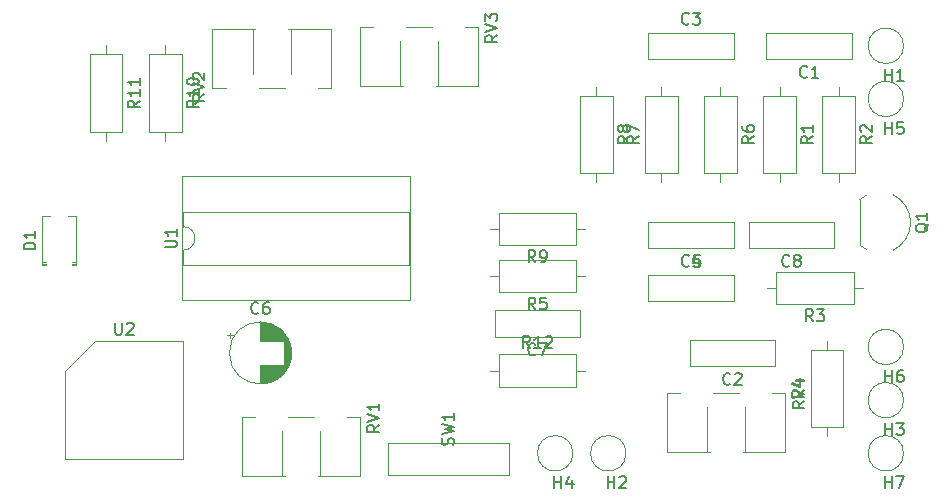
<source format=gbr>
%TF.GenerationSoftware,KiCad,Pcbnew,9.0.6*%
%TF.CreationDate,2025-12-13T19:46:04+02:00*%
%TF.ProjectId,colorsound_wah,636f6c6f-7273-46f7-956e-645f7761682e,rev?*%
%TF.SameCoordinates,Original*%
%TF.FileFunction,Legend,Top*%
%TF.FilePolarity,Positive*%
%FSLAX46Y46*%
G04 Gerber Fmt 4.6, Leading zero omitted, Abs format (unit mm)*
G04 Created by KiCad (PCBNEW 9.0.6) date 2025-12-13 19:46:04*
%MOMM*%
%LPD*%
G01*
G04 APERTURE LIST*
%ADD10C,0.150000*%
%ADD11C,0.120000*%
G04 APERTURE END LIST*
D10*
X140449819Y-86571904D02*
X141259342Y-86571904D01*
X141259342Y-86571904D02*
X141354580Y-86524285D01*
X141354580Y-86524285D02*
X141402200Y-86476666D01*
X141402200Y-86476666D02*
X141449819Y-86381428D01*
X141449819Y-86381428D02*
X141449819Y-86190952D01*
X141449819Y-86190952D02*
X141402200Y-86095714D01*
X141402200Y-86095714D02*
X141354580Y-86048095D01*
X141354580Y-86048095D02*
X141259342Y-86000476D01*
X141259342Y-86000476D02*
X140449819Y-86000476D01*
X141449819Y-85000476D02*
X141449819Y-85571904D01*
X141449819Y-85286190D02*
X140449819Y-85286190D01*
X140449819Y-85286190D02*
X140592676Y-85381428D01*
X140592676Y-85381428D02*
X140687914Y-85476666D01*
X140687914Y-85476666D02*
X140735533Y-85571904D01*
X164867200Y-103293332D02*
X164914819Y-103150475D01*
X164914819Y-103150475D02*
X164914819Y-102912380D01*
X164914819Y-102912380D02*
X164867200Y-102817142D01*
X164867200Y-102817142D02*
X164819580Y-102769523D01*
X164819580Y-102769523D02*
X164724342Y-102721904D01*
X164724342Y-102721904D02*
X164629104Y-102721904D01*
X164629104Y-102721904D02*
X164533866Y-102769523D01*
X164533866Y-102769523D02*
X164486247Y-102817142D01*
X164486247Y-102817142D02*
X164438628Y-102912380D01*
X164438628Y-102912380D02*
X164391009Y-103102856D01*
X164391009Y-103102856D02*
X164343390Y-103198094D01*
X164343390Y-103198094D02*
X164295771Y-103245713D01*
X164295771Y-103245713D02*
X164200533Y-103293332D01*
X164200533Y-103293332D02*
X164105295Y-103293332D01*
X164105295Y-103293332D02*
X164010057Y-103245713D01*
X164010057Y-103245713D02*
X163962438Y-103198094D01*
X163962438Y-103198094D02*
X163914819Y-103102856D01*
X163914819Y-103102856D02*
X163914819Y-102864761D01*
X163914819Y-102864761D02*
X163962438Y-102721904D01*
X163914819Y-102388570D02*
X164914819Y-102150475D01*
X164914819Y-102150475D02*
X164200533Y-101959999D01*
X164200533Y-101959999D02*
X164914819Y-101769523D01*
X164914819Y-101769523D02*
X163914819Y-101531428D01*
X164914819Y-100626666D02*
X164914819Y-101198094D01*
X164914819Y-100912380D02*
X163914819Y-100912380D01*
X163914819Y-100912380D02*
X164057676Y-101007618D01*
X164057676Y-101007618D02*
X164152914Y-101102856D01*
X164152914Y-101102856D02*
X164200533Y-101198094D01*
X143804819Y-73595238D02*
X143328628Y-73928571D01*
X143804819Y-74166666D02*
X142804819Y-74166666D01*
X142804819Y-74166666D02*
X142804819Y-73785714D01*
X142804819Y-73785714D02*
X142852438Y-73690476D01*
X142852438Y-73690476D02*
X142900057Y-73642857D01*
X142900057Y-73642857D02*
X142995295Y-73595238D01*
X142995295Y-73595238D02*
X143138152Y-73595238D01*
X143138152Y-73595238D02*
X143233390Y-73642857D01*
X143233390Y-73642857D02*
X143281009Y-73690476D01*
X143281009Y-73690476D02*
X143328628Y-73785714D01*
X143328628Y-73785714D02*
X143328628Y-74166666D01*
X142804819Y-73309523D02*
X143804819Y-72976190D01*
X143804819Y-72976190D02*
X142804819Y-72642857D01*
X142900057Y-72357142D02*
X142852438Y-72309523D01*
X142852438Y-72309523D02*
X142804819Y-72214285D01*
X142804819Y-72214285D02*
X142804819Y-71976190D01*
X142804819Y-71976190D02*
X142852438Y-71880952D01*
X142852438Y-71880952D02*
X142900057Y-71833333D01*
X142900057Y-71833333D02*
X142995295Y-71785714D01*
X142995295Y-71785714D02*
X143090533Y-71785714D01*
X143090533Y-71785714D02*
X143233390Y-71833333D01*
X143233390Y-71833333D02*
X143804819Y-72404761D01*
X143804819Y-72404761D02*
X143804819Y-71785714D01*
X171357142Y-95084819D02*
X171023809Y-94608628D01*
X170785714Y-95084819D02*
X170785714Y-94084819D01*
X170785714Y-94084819D02*
X171166666Y-94084819D01*
X171166666Y-94084819D02*
X171261904Y-94132438D01*
X171261904Y-94132438D02*
X171309523Y-94180057D01*
X171309523Y-94180057D02*
X171357142Y-94275295D01*
X171357142Y-94275295D02*
X171357142Y-94418152D01*
X171357142Y-94418152D02*
X171309523Y-94513390D01*
X171309523Y-94513390D02*
X171261904Y-94561009D01*
X171261904Y-94561009D02*
X171166666Y-94608628D01*
X171166666Y-94608628D02*
X170785714Y-94608628D01*
X172309523Y-95084819D02*
X171738095Y-95084819D01*
X172023809Y-95084819D02*
X172023809Y-94084819D01*
X172023809Y-94084819D02*
X171928571Y-94227676D01*
X171928571Y-94227676D02*
X171833333Y-94322914D01*
X171833333Y-94322914D02*
X171738095Y-94370533D01*
X172690476Y-94180057D02*
X172738095Y-94132438D01*
X172738095Y-94132438D02*
X172833333Y-94084819D01*
X172833333Y-94084819D02*
X173071428Y-94084819D01*
X173071428Y-94084819D02*
X173166666Y-94132438D01*
X173166666Y-94132438D02*
X173214285Y-94180057D01*
X173214285Y-94180057D02*
X173261904Y-94275295D01*
X173261904Y-94275295D02*
X173261904Y-94370533D01*
X173261904Y-94370533D02*
X173214285Y-94513390D01*
X173214285Y-94513390D02*
X172642857Y-95084819D01*
X172642857Y-95084819D02*
X173261904Y-95084819D01*
X179824819Y-77166666D02*
X179348628Y-77499999D01*
X179824819Y-77738094D02*
X178824819Y-77738094D01*
X178824819Y-77738094D02*
X178824819Y-77357142D01*
X178824819Y-77357142D02*
X178872438Y-77261904D01*
X178872438Y-77261904D02*
X178920057Y-77214285D01*
X178920057Y-77214285D02*
X179015295Y-77166666D01*
X179015295Y-77166666D02*
X179158152Y-77166666D01*
X179158152Y-77166666D02*
X179253390Y-77214285D01*
X179253390Y-77214285D02*
X179301009Y-77261904D01*
X179301009Y-77261904D02*
X179348628Y-77357142D01*
X179348628Y-77357142D02*
X179348628Y-77738094D01*
X179253390Y-76595237D02*
X179205771Y-76690475D01*
X179205771Y-76690475D02*
X179158152Y-76738094D01*
X179158152Y-76738094D02*
X179062914Y-76785713D01*
X179062914Y-76785713D02*
X179015295Y-76785713D01*
X179015295Y-76785713D02*
X178920057Y-76738094D01*
X178920057Y-76738094D02*
X178872438Y-76690475D01*
X178872438Y-76690475D02*
X178824819Y-76595237D01*
X178824819Y-76595237D02*
X178824819Y-76404761D01*
X178824819Y-76404761D02*
X178872438Y-76309523D01*
X178872438Y-76309523D02*
X178920057Y-76261904D01*
X178920057Y-76261904D02*
X179015295Y-76214285D01*
X179015295Y-76214285D02*
X179062914Y-76214285D01*
X179062914Y-76214285D02*
X179158152Y-76261904D01*
X179158152Y-76261904D02*
X179205771Y-76309523D01*
X179205771Y-76309523D02*
X179253390Y-76404761D01*
X179253390Y-76404761D02*
X179253390Y-76595237D01*
X179253390Y-76595237D02*
X179301009Y-76690475D01*
X179301009Y-76690475D02*
X179348628Y-76738094D01*
X179348628Y-76738094D02*
X179443866Y-76785713D01*
X179443866Y-76785713D02*
X179634342Y-76785713D01*
X179634342Y-76785713D02*
X179729580Y-76738094D01*
X179729580Y-76738094D02*
X179777200Y-76690475D01*
X179777200Y-76690475D02*
X179824819Y-76595237D01*
X179824819Y-76595237D02*
X179824819Y-76404761D01*
X179824819Y-76404761D02*
X179777200Y-76309523D01*
X179777200Y-76309523D02*
X179729580Y-76261904D01*
X179729580Y-76261904D02*
X179634342Y-76214285D01*
X179634342Y-76214285D02*
X179443866Y-76214285D01*
X179443866Y-76214285D02*
X179348628Y-76261904D01*
X179348628Y-76261904D02*
X179301009Y-76309523D01*
X179301009Y-76309523D02*
X179253390Y-76404761D01*
X180584819Y-77166666D02*
X180108628Y-77499999D01*
X180584819Y-77738094D02*
X179584819Y-77738094D01*
X179584819Y-77738094D02*
X179584819Y-77357142D01*
X179584819Y-77357142D02*
X179632438Y-77261904D01*
X179632438Y-77261904D02*
X179680057Y-77214285D01*
X179680057Y-77214285D02*
X179775295Y-77166666D01*
X179775295Y-77166666D02*
X179918152Y-77166666D01*
X179918152Y-77166666D02*
X180013390Y-77214285D01*
X180013390Y-77214285D02*
X180061009Y-77261904D01*
X180061009Y-77261904D02*
X180108628Y-77357142D01*
X180108628Y-77357142D02*
X180108628Y-77738094D01*
X179584819Y-76833332D02*
X179584819Y-76166666D01*
X179584819Y-76166666D02*
X180584819Y-76595237D01*
X171833333Y-87824819D02*
X171500000Y-87348628D01*
X171261905Y-87824819D02*
X171261905Y-86824819D01*
X171261905Y-86824819D02*
X171642857Y-86824819D01*
X171642857Y-86824819D02*
X171738095Y-86872438D01*
X171738095Y-86872438D02*
X171785714Y-86920057D01*
X171785714Y-86920057D02*
X171833333Y-87015295D01*
X171833333Y-87015295D02*
X171833333Y-87158152D01*
X171833333Y-87158152D02*
X171785714Y-87253390D01*
X171785714Y-87253390D02*
X171738095Y-87301009D01*
X171738095Y-87301009D02*
X171642857Y-87348628D01*
X171642857Y-87348628D02*
X171261905Y-87348628D01*
X172309524Y-87824819D02*
X172500000Y-87824819D01*
X172500000Y-87824819D02*
X172595238Y-87777200D01*
X172595238Y-87777200D02*
X172642857Y-87729580D01*
X172642857Y-87729580D02*
X172738095Y-87586723D01*
X172738095Y-87586723D02*
X172785714Y-87396247D01*
X172785714Y-87396247D02*
X172785714Y-87015295D01*
X172785714Y-87015295D02*
X172738095Y-86920057D01*
X172738095Y-86920057D02*
X172690476Y-86872438D01*
X172690476Y-86872438D02*
X172595238Y-86824819D01*
X172595238Y-86824819D02*
X172404762Y-86824819D01*
X172404762Y-86824819D02*
X172309524Y-86872438D01*
X172309524Y-86872438D02*
X172261905Y-86920057D01*
X172261905Y-86920057D02*
X172214286Y-87015295D01*
X172214286Y-87015295D02*
X172214286Y-87253390D01*
X172214286Y-87253390D02*
X172261905Y-87348628D01*
X172261905Y-87348628D02*
X172309524Y-87396247D01*
X172309524Y-87396247D02*
X172404762Y-87443866D01*
X172404762Y-87443866D02*
X172595238Y-87443866D01*
X172595238Y-87443866D02*
X172690476Y-87396247D01*
X172690476Y-87396247D02*
X172738095Y-87348628D01*
X172738095Y-87348628D02*
X172785714Y-87253390D01*
X138324819Y-74142857D02*
X137848628Y-74476190D01*
X138324819Y-74714285D02*
X137324819Y-74714285D01*
X137324819Y-74714285D02*
X137324819Y-74333333D01*
X137324819Y-74333333D02*
X137372438Y-74238095D01*
X137372438Y-74238095D02*
X137420057Y-74190476D01*
X137420057Y-74190476D02*
X137515295Y-74142857D01*
X137515295Y-74142857D02*
X137658152Y-74142857D01*
X137658152Y-74142857D02*
X137753390Y-74190476D01*
X137753390Y-74190476D02*
X137801009Y-74238095D01*
X137801009Y-74238095D02*
X137848628Y-74333333D01*
X137848628Y-74333333D02*
X137848628Y-74714285D01*
X138324819Y-73190476D02*
X138324819Y-73761904D01*
X138324819Y-73476190D02*
X137324819Y-73476190D01*
X137324819Y-73476190D02*
X137467676Y-73571428D01*
X137467676Y-73571428D02*
X137562914Y-73666666D01*
X137562914Y-73666666D02*
X137610533Y-73761904D01*
X138324819Y-72238095D02*
X138324819Y-72809523D01*
X138324819Y-72523809D02*
X137324819Y-72523809D01*
X137324819Y-72523809D02*
X137467676Y-72619047D01*
X137467676Y-72619047D02*
X137562914Y-72714285D01*
X137562914Y-72714285D02*
X137610533Y-72809523D01*
X194599819Y-99595238D02*
X194123628Y-99928571D01*
X194599819Y-100166666D02*
X193599819Y-100166666D01*
X193599819Y-100166666D02*
X193599819Y-99785714D01*
X193599819Y-99785714D02*
X193647438Y-99690476D01*
X193647438Y-99690476D02*
X193695057Y-99642857D01*
X193695057Y-99642857D02*
X193790295Y-99595238D01*
X193790295Y-99595238D02*
X193933152Y-99595238D01*
X193933152Y-99595238D02*
X194028390Y-99642857D01*
X194028390Y-99642857D02*
X194076009Y-99690476D01*
X194076009Y-99690476D02*
X194123628Y-99785714D01*
X194123628Y-99785714D02*
X194123628Y-100166666D01*
X193599819Y-99309523D02*
X194599819Y-98976190D01*
X194599819Y-98976190D02*
X193599819Y-98642857D01*
X193933152Y-97880952D02*
X194599819Y-97880952D01*
X193552200Y-98119047D02*
X194266485Y-98357142D01*
X194266485Y-98357142D02*
X194266485Y-97738095D01*
X158604819Y-101595238D02*
X158128628Y-101928571D01*
X158604819Y-102166666D02*
X157604819Y-102166666D01*
X157604819Y-102166666D02*
X157604819Y-101785714D01*
X157604819Y-101785714D02*
X157652438Y-101690476D01*
X157652438Y-101690476D02*
X157700057Y-101642857D01*
X157700057Y-101642857D02*
X157795295Y-101595238D01*
X157795295Y-101595238D02*
X157938152Y-101595238D01*
X157938152Y-101595238D02*
X158033390Y-101642857D01*
X158033390Y-101642857D02*
X158081009Y-101690476D01*
X158081009Y-101690476D02*
X158128628Y-101785714D01*
X158128628Y-101785714D02*
X158128628Y-102166666D01*
X157604819Y-101309523D02*
X158604819Y-100976190D01*
X158604819Y-100976190D02*
X157604819Y-100642857D01*
X158604819Y-99785714D02*
X158604819Y-100357142D01*
X158604819Y-100071428D02*
X157604819Y-100071428D01*
X157604819Y-100071428D02*
X157747676Y-100166666D01*
X157747676Y-100166666D02*
X157842914Y-100261904D01*
X157842914Y-100261904D02*
X157890533Y-100357142D01*
X190324819Y-77166666D02*
X189848628Y-77499999D01*
X190324819Y-77738094D02*
X189324819Y-77738094D01*
X189324819Y-77738094D02*
X189324819Y-77357142D01*
X189324819Y-77357142D02*
X189372438Y-77261904D01*
X189372438Y-77261904D02*
X189420057Y-77214285D01*
X189420057Y-77214285D02*
X189515295Y-77166666D01*
X189515295Y-77166666D02*
X189658152Y-77166666D01*
X189658152Y-77166666D02*
X189753390Y-77214285D01*
X189753390Y-77214285D02*
X189801009Y-77261904D01*
X189801009Y-77261904D02*
X189848628Y-77357142D01*
X189848628Y-77357142D02*
X189848628Y-77738094D01*
X189324819Y-76309523D02*
X189324819Y-76499999D01*
X189324819Y-76499999D02*
X189372438Y-76595237D01*
X189372438Y-76595237D02*
X189420057Y-76642856D01*
X189420057Y-76642856D02*
X189562914Y-76738094D01*
X189562914Y-76738094D02*
X189753390Y-76785713D01*
X189753390Y-76785713D02*
X190134342Y-76785713D01*
X190134342Y-76785713D02*
X190229580Y-76738094D01*
X190229580Y-76738094D02*
X190277200Y-76690475D01*
X190277200Y-76690475D02*
X190324819Y-76595237D01*
X190324819Y-76595237D02*
X190324819Y-76404761D01*
X190324819Y-76404761D02*
X190277200Y-76309523D01*
X190277200Y-76309523D02*
X190229580Y-76261904D01*
X190229580Y-76261904D02*
X190134342Y-76214285D01*
X190134342Y-76214285D02*
X189896247Y-76214285D01*
X189896247Y-76214285D02*
X189801009Y-76261904D01*
X189801009Y-76261904D02*
X189753390Y-76309523D01*
X189753390Y-76309523D02*
X189705771Y-76404761D01*
X189705771Y-76404761D02*
X189705771Y-76595237D01*
X189705771Y-76595237D02*
X189753390Y-76690475D01*
X189753390Y-76690475D02*
X189801009Y-76738094D01*
X189801009Y-76738094D02*
X189896247Y-76785713D01*
X195333333Y-92824819D02*
X195000000Y-92348628D01*
X194761905Y-92824819D02*
X194761905Y-91824819D01*
X194761905Y-91824819D02*
X195142857Y-91824819D01*
X195142857Y-91824819D02*
X195238095Y-91872438D01*
X195238095Y-91872438D02*
X195285714Y-91920057D01*
X195285714Y-91920057D02*
X195333333Y-92015295D01*
X195333333Y-92015295D02*
X195333333Y-92158152D01*
X195333333Y-92158152D02*
X195285714Y-92253390D01*
X195285714Y-92253390D02*
X195238095Y-92301009D01*
X195238095Y-92301009D02*
X195142857Y-92348628D01*
X195142857Y-92348628D02*
X194761905Y-92348628D01*
X195666667Y-91824819D02*
X196285714Y-91824819D01*
X196285714Y-91824819D02*
X195952381Y-92205771D01*
X195952381Y-92205771D02*
X196095238Y-92205771D01*
X196095238Y-92205771D02*
X196190476Y-92253390D01*
X196190476Y-92253390D02*
X196238095Y-92301009D01*
X196238095Y-92301009D02*
X196285714Y-92396247D01*
X196285714Y-92396247D02*
X196285714Y-92634342D01*
X196285714Y-92634342D02*
X196238095Y-92729580D01*
X196238095Y-92729580D02*
X196190476Y-92777200D01*
X196190476Y-92777200D02*
X196095238Y-92824819D01*
X196095238Y-92824819D02*
X195809524Y-92824819D01*
X195809524Y-92824819D02*
X195714286Y-92777200D01*
X195714286Y-92777200D02*
X195666667Y-92729580D01*
X200324819Y-77166666D02*
X199848628Y-77499999D01*
X200324819Y-77738094D02*
X199324819Y-77738094D01*
X199324819Y-77738094D02*
X199324819Y-77357142D01*
X199324819Y-77357142D02*
X199372438Y-77261904D01*
X199372438Y-77261904D02*
X199420057Y-77214285D01*
X199420057Y-77214285D02*
X199515295Y-77166666D01*
X199515295Y-77166666D02*
X199658152Y-77166666D01*
X199658152Y-77166666D02*
X199753390Y-77214285D01*
X199753390Y-77214285D02*
X199801009Y-77261904D01*
X199801009Y-77261904D02*
X199848628Y-77357142D01*
X199848628Y-77357142D02*
X199848628Y-77738094D01*
X199420057Y-76785713D02*
X199372438Y-76738094D01*
X199372438Y-76738094D02*
X199324819Y-76642856D01*
X199324819Y-76642856D02*
X199324819Y-76404761D01*
X199324819Y-76404761D02*
X199372438Y-76309523D01*
X199372438Y-76309523D02*
X199420057Y-76261904D01*
X199420057Y-76261904D02*
X199515295Y-76214285D01*
X199515295Y-76214285D02*
X199610533Y-76214285D01*
X199610533Y-76214285D02*
X199753390Y-76261904D01*
X199753390Y-76261904D02*
X200324819Y-76833332D01*
X200324819Y-76833332D02*
X200324819Y-76214285D01*
X201438095Y-106954819D02*
X201438095Y-105954819D01*
X201438095Y-106431009D02*
X202009523Y-106431009D01*
X202009523Y-106954819D02*
X202009523Y-105954819D01*
X202390476Y-105954819D02*
X203057142Y-105954819D01*
X203057142Y-105954819D02*
X202628571Y-106954819D01*
X201438095Y-97954819D02*
X201438095Y-96954819D01*
X201438095Y-97431009D02*
X202009523Y-97431009D01*
X202009523Y-97954819D02*
X202009523Y-96954819D01*
X202914285Y-96954819D02*
X202723809Y-96954819D01*
X202723809Y-96954819D02*
X202628571Y-97002438D01*
X202628571Y-97002438D02*
X202580952Y-97050057D01*
X202580952Y-97050057D02*
X202485714Y-97192914D01*
X202485714Y-97192914D02*
X202438095Y-97383390D01*
X202438095Y-97383390D02*
X202438095Y-97764342D01*
X202438095Y-97764342D02*
X202485714Y-97859580D01*
X202485714Y-97859580D02*
X202533333Y-97907200D01*
X202533333Y-97907200D02*
X202628571Y-97954819D01*
X202628571Y-97954819D02*
X202819047Y-97954819D01*
X202819047Y-97954819D02*
X202914285Y-97907200D01*
X202914285Y-97907200D02*
X202961904Y-97859580D01*
X202961904Y-97859580D02*
X203009523Y-97764342D01*
X203009523Y-97764342D02*
X203009523Y-97526247D01*
X203009523Y-97526247D02*
X202961904Y-97431009D01*
X202961904Y-97431009D02*
X202914285Y-97383390D01*
X202914285Y-97383390D02*
X202819047Y-97335771D01*
X202819047Y-97335771D02*
X202628571Y-97335771D01*
X202628571Y-97335771D02*
X202533333Y-97383390D01*
X202533333Y-97383390D02*
X202485714Y-97431009D01*
X202485714Y-97431009D02*
X202438095Y-97526247D01*
X201438095Y-72454819D02*
X201438095Y-71454819D01*
X201438095Y-71931009D02*
X202009523Y-71931009D01*
X202009523Y-72454819D02*
X202009523Y-71454819D01*
X203009523Y-72454819D02*
X202438095Y-72454819D01*
X202723809Y-72454819D02*
X202723809Y-71454819D01*
X202723809Y-71454819D02*
X202628571Y-71597676D01*
X202628571Y-71597676D02*
X202533333Y-71692914D01*
X202533333Y-71692914D02*
X202438095Y-71740533D01*
X184833333Y-88109580D02*
X184785714Y-88157200D01*
X184785714Y-88157200D02*
X184642857Y-88204819D01*
X184642857Y-88204819D02*
X184547619Y-88204819D01*
X184547619Y-88204819D02*
X184404762Y-88157200D01*
X184404762Y-88157200D02*
X184309524Y-88061961D01*
X184309524Y-88061961D02*
X184261905Y-87966723D01*
X184261905Y-87966723D02*
X184214286Y-87776247D01*
X184214286Y-87776247D02*
X184214286Y-87633390D01*
X184214286Y-87633390D02*
X184261905Y-87442914D01*
X184261905Y-87442914D02*
X184309524Y-87347676D01*
X184309524Y-87347676D02*
X184404762Y-87252438D01*
X184404762Y-87252438D02*
X184547619Y-87204819D01*
X184547619Y-87204819D02*
X184642857Y-87204819D01*
X184642857Y-87204819D02*
X184785714Y-87252438D01*
X184785714Y-87252438D02*
X184833333Y-87300057D01*
X185738095Y-87204819D02*
X185261905Y-87204819D01*
X185261905Y-87204819D02*
X185214286Y-87681009D01*
X185214286Y-87681009D02*
X185261905Y-87633390D01*
X185261905Y-87633390D02*
X185357143Y-87585771D01*
X185357143Y-87585771D02*
X185595238Y-87585771D01*
X185595238Y-87585771D02*
X185690476Y-87633390D01*
X185690476Y-87633390D02*
X185738095Y-87681009D01*
X185738095Y-87681009D02*
X185785714Y-87776247D01*
X185785714Y-87776247D02*
X185785714Y-88014342D01*
X185785714Y-88014342D02*
X185738095Y-88109580D01*
X185738095Y-88109580D02*
X185690476Y-88157200D01*
X185690476Y-88157200D02*
X185595238Y-88204819D01*
X185595238Y-88204819D02*
X185357143Y-88204819D01*
X185357143Y-88204819D02*
X185261905Y-88157200D01*
X185261905Y-88157200D02*
X185214286Y-88109580D01*
X173438095Y-106954819D02*
X173438095Y-105954819D01*
X173438095Y-106431009D02*
X174009523Y-106431009D01*
X174009523Y-106954819D02*
X174009523Y-105954819D01*
X174914285Y-106288152D02*
X174914285Y-106954819D01*
X174676190Y-105907200D02*
X174438095Y-106621485D01*
X174438095Y-106621485D02*
X175057142Y-106621485D01*
X195324819Y-77166666D02*
X194848628Y-77499999D01*
X195324819Y-77738094D02*
X194324819Y-77738094D01*
X194324819Y-77738094D02*
X194324819Y-77357142D01*
X194324819Y-77357142D02*
X194372438Y-77261904D01*
X194372438Y-77261904D02*
X194420057Y-77214285D01*
X194420057Y-77214285D02*
X194515295Y-77166666D01*
X194515295Y-77166666D02*
X194658152Y-77166666D01*
X194658152Y-77166666D02*
X194753390Y-77214285D01*
X194753390Y-77214285D02*
X194801009Y-77261904D01*
X194801009Y-77261904D02*
X194848628Y-77357142D01*
X194848628Y-77357142D02*
X194848628Y-77738094D01*
X195324819Y-76214285D02*
X195324819Y-76785713D01*
X195324819Y-76499999D02*
X194324819Y-76499999D01*
X194324819Y-76499999D02*
X194467676Y-76595237D01*
X194467676Y-76595237D02*
X194562914Y-76690475D01*
X194562914Y-76690475D02*
X194610533Y-76785713D01*
X177938095Y-106954819D02*
X177938095Y-105954819D01*
X177938095Y-106431009D02*
X178509523Y-106431009D01*
X178509523Y-106954819D02*
X178509523Y-105954819D01*
X178938095Y-106050057D02*
X178985714Y-106002438D01*
X178985714Y-106002438D02*
X179080952Y-105954819D01*
X179080952Y-105954819D02*
X179319047Y-105954819D01*
X179319047Y-105954819D02*
X179414285Y-106002438D01*
X179414285Y-106002438D02*
X179461904Y-106050057D01*
X179461904Y-106050057D02*
X179509523Y-106145295D01*
X179509523Y-106145295D02*
X179509523Y-106240533D01*
X179509523Y-106240533D02*
X179461904Y-106383390D01*
X179461904Y-106383390D02*
X178890476Y-106954819D01*
X178890476Y-106954819D02*
X179509523Y-106954819D01*
X201438095Y-102454819D02*
X201438095Y-101454819D01*
X201438095Y-101931009D02*
X202009523Y-101931009D01*
X202009523Y-102454819D02*
X202009523Y-101454819D01*
X202390476Y-101454819D02*
X203009523Y-101454819D01*
X203009523Y-101454819D02*
X202676190Y-101835771D01*
X202676190Y-101835771D02*
X202819047Y-101835771D01*
X202819047Y-101835771D02*
X202914285Y-101883390D01*
X202914285Y-101883390D02*
X202961904Y-101931009D01*
X202961904Y-101931009D02*
X203009523Y-102026247D01*
X203009523Y-102026247D02*
X203009523Y-102264342D01*
X203009523Y-102264342D02*
X202961904Y-102359580D01*
X202961904Y-102359580D02*
X202914285Y-102407200D01*
X202914285Y-102407200D02*
X202819047Y-102454819D01*
X202819047Y-102454819D02*
X202533333Y-102454819D01*
X202533333Y-102454819D02*
X202438095Y-102407200D01*
X202438095Y-102407200D02*
X202390476Y-102359580D01*
X201438095Y-76954819D02*
X201438095Y-75954819D01*
X201438095Y-76431009D02*
X202009523Y-76431009D01*
X202009523Y-76954819D02*
X202009523Y-75954819D01*
X202961904Y-75954819D02*
X202485714Y-75954819D01*
X202485714Y-75954819D02*
X202438095Y-76431009D01*
X202438095Y-76431009D02*
X202485714Y-76383390D01*
X202485714Y-76383390D02*
X202580952Y-76335771D01*
X202580952Y-76335771D02*
X202819047Y-76335771D01*
X202819047Y-76335771D02*
X202914285Y-76383390D01*
X202914285Y-76383390D02*
X202961904Y-76431009D01*
X202961904Y-76431009D02*
X203009523Y-76526247D01*
X203009523Y-76526247D02*
X203009523Y-76764342D01*
X203009523Y-76764342D02*
X202961904Y-76859580D01*
X202961904Y-76859580D02*
X202914285Y-76907200D01*
X202914285Y-76907200D02*
X202819047Y-76954819D01*
X202819047Y-76954819D02*
X202580952Y-76954819D01*
X202580952Y-76954819D02*
X202485714Y-76907200D01*
X202485714Y-76907200D02*
X202438095Y-76859580D01*
X171833333Y-95609580D02*
X171785714Y-95657200D01*
X171785714Y-95657200D02*
X171642857Y-95704819D01*
X171642857Y-95704819D02*
X171547619Y-95704819D01*
X171547619Y-95704819D02*
X171404762Y-95657200D01*
X171404762Y-95657200D02*
X171309524Y-95561961D01*
X171309524Y-95561961D02*
X171261905Y-95466723D01*
X171261905Y-95466723D02*
X171214286Y-95276247D01*
X171214286Y-95276247D02*
X171214286Y-95133390D01*
X171214286Y-95133390D02*
X171261905Y-94942914D01*
X171261905Y-94942914D02*
X171309524Y-94847676D01*
X171309524Y-94847676D02*
X171404762Y-94752438D01*
X171404762Y-94752438D02*
X171547619Y-94704819D01*
X171547619Y-94704819D02*
X171642857Y-94704819D01*
X171642857Y-94704819D02*
X171785714Y-94752438D01*
X171785714Y-94752438D02*
X171833333Y-94800057D01*
X172166667Y-94704819D02*
X172833333Y-94704819D01*
X172833333Y-94704819D02*
X172404762Y-95704819D01*
X193333333Y-88109580D02*
X193285714Y-88157200D01*
X193285714Y-88157200D02*
X193142857Y-88204819D01*
X193142857Y-88204819D02*
X193047619Y-88204819D01*
X193047619Y-88204819D02*
X192904762Y-88157200D01*
X192904762Y-88157200D02*
X192809524Y-88061961D01*
X192809524Y-88061961D02*
X192761905Y-87966723D01*
X192761905Y-87966723D02*
X192714286Y-87776247D01*
X192714286Y-87776247D02*
X192714286Y-87633390D01*
X192714286Y-87633390D02*
X192761905Y-87442914D01*
X192761905Y-87442914D02*
X192809524Y-87347676D01*
X192809524Y-87347676D02*
X192904762Y-87252438D01*
X192904762Y-87252438D02*
X193047619Y-87204819D01*
X193047619Y-87204819D02*
X193142857Y-87204819D01*
X193142857Y-87204819D02*
X193285714Y-87252438D01*
X193285714Y-87252438D02*
X193333333Y-87300057D01*
X193904762Y-87633390D02*
X193809524Y-87585771D01*
X193809524Y-87585771D02*
X193761905Y-87538152D01*
X193761905Y-87538152D02*
X193714286Y-87442914D01*
X193714286Y-87442914D02*
X193714286Y-87395295D01*
X193714286Y-87395295D02*
X193761905Y-87300057D01*
X193761905Y-87300057D02*
X193809524Y-87252438D01*
X193809524Y-87252438D02*
X193904762Y-87204819D01*
X193904762Y-87204819D02*
X194095238Y-87204819D01*
X194095238Y-87204819D02*
X194190476Y-87252438D01*
X194190476Y-87252438D02*
X194238095Y-87300057D01*
X194238095Y-87300057D02*
X194285714Y-87395295D01*
X194285714Y-87395295D02*
X194285714Y-87442914D01*
X194285714Y-87442914D02*
X194238095Y-87538152D01*
X194238095Y-87538152D02*
X194190476Y-87585771D01*
X194190476Y-87585771D02*
X194095238Y-87633390D01*
X194095238Y-87633390D02*
X193904762Y-87633390D01*
X193904762Y-87633390D02*
X193809524Y-87681009D01*
X193809524Y-87681009D02*
X193761905Y-87728628D01*
X193761905Y-87728628D02*
X193714286Y-87823866D01*
X193714286Y-87823866D02*
X193714286Y-88014342D01*
X193714286Y-88014342D02*
X193761905Y-88109580D01*
X193761905Y-88109580D02*
X193809524Y-88157200D01*
X193809524Y-88157200D02*
X193904762Y-88204819D01*
X193904762Y-88204819D02*
X194095238Y-88204819D01*
X194095238Y-88204819D02*
X194190476Y-88157200D01*
X194190476Y-88157200D02*
X194238095Y-88109580D01*
X194238095Y-88109580D02*
X194285714Y-88014342D01*
X194285714Y-88014342D02*
X194285714Y-87823866D01*
X194285714Y-87823866D02*
X194238095Y-87728628D01*
X194238095Y-87728628D02*
X194190476Y-87681009D01*
X194190476Y-87681009D02*
X194095238Y-87633390D01*
X184833333Y-88109580D02*
X184785714Y-88157200D01*
X184785714Y-88157200D02*
X184642857Y-88204819D01*
X184642857Y-88204819D02*
X184547619Y-88204819D01*
X184547619Y-88204819D02*
X184404762Y-88157200D01*
X184404762Y-88157200D02*
X184309524Y-88061961D01*
X184309524Y-88061961D02*
X184261905Y-87966723D01*
X184261905Y-87966723D02*
X184214286Y-87776247D01*
X184214286Y-87776247D02*
X184214286Y-87633390D01*
X184214286Y-87633390D02*
X184261905Y-87442914D01*
X184261905Y-87442914D02*
X184309524Y-87347676D01*
X184309524Y-87347676D02*
X184404762Y-87252438D01*
X184404762Y-87252438D02*
X184547619Y-87204819D01*
X184547619Y-87204819D02*
X184642857Y-87204819D01*
X184642857Y-87204819D02*
X184785714Y-87252438D01*
X184785714Y-87252438D02*
X184833333Y-87300057D01*
X185690476Y-87538152D02*
X185690476Y-88204819D01*
X185452381Y-87157200D02*
X185214286Y-87871485D01*
X185214286Y-87871485D02*
X185833333Y-87871485D01*
X188333333Y-98109580D02*
X188285714Y-98157200D01*
X188285714Y-98157200D02*
X188142857Y-98204819D01*
X188142857Y-98204819D02*
X188047619Y-98204819D01*
X188047619Y-98204819D02*
X187904762Y-98157200D01*
X187904762Y-98157200D02*
X187809524Y-98061961D01*
X187809524Y-98061961D02*
X187761905Y-97966723D01*
X187761905Y-97966723D02*
X187714286Y-97776247D01*
X187714286Y-97776247D02*
X187714286Y-97633390D01*
X187714286Y-97633390D02*
X187761905Y-97442914D01*
X187761905Y-97442914D02*
X187809524Y-97347676D01*
X187809524Y-97347676D02*
X187904762Y-97252438D01*
X187904762Y-97252438D02*
X188047619Y-97204819D01*
X188047619Y-97204819D02*
X188142857Y-97204819D01*
X188142857Y-97204819D02*
X188285714Y-97252438D01*
X188285714Y-97252438D02*
X188333333Y-97300057D01*
X188714286Y-97300057D02*
X188761905Y-97252438D01*
X188761905Y-97252438D02*
X188857143Y-97204819D01*
X188857143Y-97204819D02*
X189095238Y-97204819D01*
X189095238Y-97204819D02*
X189190476Y-97252438D01*
X189190476Y-97252438D02*
X189238095Y-97300057D01*
X189238095Y-97300057D02*
X189285714Y-97395295D01*
X189285714Y-97395295D02*
X189285714Y-97490533D01*
X189285714Y-97490533D02*
X189238095Y-97633390D01*
X189238095Y-97633390D02*
X188666667Y-98204819D01*
X188666667Y-98204819D02*
X189285714Y-98204819D01*
X194833333Y-72109580D02*
X194785714Y-72157200D01*
X194785714Y-72157200D02*
X194642857Y-72204819D01*
X194642857Y-72204819D02*
X194547619Y-72204819D01*
X194547619Y-72204819D02*
X194404762Y-72157200D01*
X194404762Y-72157200D02*
X194309524Y-72061961D01*
X194309524Y-72061961D02*
X194261905Y-71966723D01*
X194261905Y-71966723D02*
X194214286Y-71776247D01*
X194214286Y-71776247D02*
X194214286Y-71633390D01*
X194214286Y-71633390D02*
X194261905Y-71442914D01*
X194261905Y-71442914D02*
X194309524Y-71347676D01*
X194309524Y-71347676D02*
X194404762Y-71252438D01*
X194404762Y-71252438D02*
X194547619Y-71204819D01*
X194547619Y-71204819D02*
X194642857Y-71204819D01*
X194642857Y-71204819D02*
X194785714Y-71252438D01*
X194785714Y-71252438D02*
X194833333Y-71300057D01*
X195785714Y-72204819D02*
X195214286Y-72204819D01*
X195500000Y-72204819D02*
X195500000Y-71204819D01*
X195500000Y-71204819D02*
X195404762Y-71347676D01*
X195404762Y-71347676D02*
X195309524Y-71442914D01*
X195309524Y-71442914D02*
X195214286Y-71490533D01*
X171833333Y-91824819D02*
X171500000Y-91348628D01*
X171261905Y-91824819D02*
X171261905Y-90824819D01*
X171261905Y-90824819D02*
X171642857Y-90824819D01*
X171642857Y-90824819D02*
X171738095Y-90872438D01*
X171738095Y-90872438D02*
X171785714Y-90920057D01*
X171785714Y-90920057D02*
X171833333Y-91015295D01*
X171833333Y-91015295D02*
X171833333Y-91158152D01*
X171833333Y-91158152D02*
X171785714Y-91253390D01*
X171785714Y-91253390D02*
X171738095Y-91301009D01*
X171738095Y-91301009D02*
X171642857Y-91348628D01*
X171642857Y-91348628D02*
X171261905Y-91348628D01*
X172738095Y-90824819D02*
X172261905Y-90824819D01*
X172261905Y-90824819D02*
X172214286Y-91301009D01*
X172214286Y-91301009D02*
X172261905Y-91253390D01*
X172261905Y-91253390D02*
X172357143Y-91205771D01*
X172357143Y-91205771D02*
X172595238Y-91205771D01*
X172595238Y-91205771D02*
X172690476Y-91253390D01*
X172690476Y-91253390D02*
X172738095Y-91301009D01*
X172738095Y-91301009D02*
X172785714Y-91396247D01*
X172785714Y-91396247D02*
X172785714Y-91634342D01*
X172785714Y-91634342D02*
X172738095Y-91729580D01*
X172738095Y-91729580D02*
X172690476Y-91777200D01*
X172690476Y-91777200D02*
X172595238Y-91824819D01*
X172595238Y-91824819D02*
X172357143Y-91824819D01*
X172357143Y-91824819D02*
X172261905Y-91777200D01*
X172261905Y-91777200D02*
X172214286Y-91729580D01*
X143324819Y-74142857D02*
X142848628Y-74476190D01*
X143324819Y-74714285D02*
X142324819Y-74714285D01*
X142324819Y-74714285D02*
X142324819Y-74333333D01*
X142324819Y-74333333D02*
X142372438Y-74238095D01*
X142372438Y-74238095D02*
X142420057Y-74190476D01*
X142420057Y-74190476D02*
X142515295Y-74142857D01*
X142515295Y-74142857D02*
X142658152Y-74142857D01*
X142658152Y-74142857D02*
X142753390Y-74190476D01*
X142753390Y-74190476D02*
X142801009Y-74238095D01*
X142801009Y-74238095D02*
X142848628Y-74333333D01*
X142848628Y-74333333D02*
X142848628Y-74714285D01*
X143324819Y-73190476D02*
X143324819Y-73761904D01*
X143324819Y-73476190D02*
X142324819Y-73476190D01*
X142324819Y-73476190D02*
X142467676Y-73571428D01*
X142467676Y-73571428D02*
X142562914Y-73666666D01*
X142562914Y-73666666D02*
X142610533Y-73761904D01*
X142324819Y-72571428D02*
X142324819Y-72476190D01*
X142324819Y-72476190D02*
X142372438Y-72380952D01*
X142372438Y-72380952D02*
X142420057Y-72333333D01*
X142420057Y-72333333D02*
X142515295Y-72285714D01*
X142515295Y-72285714D02*
X142705771Y-72238095D01*
X142705771Y-72238095D02*
X142943866Y-72238095D01*
X142943866Y-72238095D02*
X143134342Y-72285714D01*
X143134342Y-72285714D02*
X143229580Y-72333333D01*
X143229580Y-72333333D02*
X143277200Y-72380952D01*
X143277200Y-72380952D02*
X143324819Y-72476190D01*
X143324819Y-72476190D02*
X143324819Y-72571428D01*
X143324819Y-72571428D02*
X143277200Y-72666666D01*
X143277200Y-72666666D02*
X143229580Y-72714285D01*
X143229580Y-72714285D02*
X143134342Y-72761904D01*
X143134342Y-72761904D02*
X142943866Y-72809523D01*
X142943866Y-72809523D02*
X142705771Y-72809523D01*
X142705771Y-72809523D02*
X142515295Y-72761904D01*
X142515295Y-72761904D02*
X142420057Y-72714285D01*
X142420057Y-72714285D02*
X142372438Y-72666666D01*
X142372438Y-72666666D02*
X142324819Y-72571428D01*
X148378233Y-92109580D02*
X148330614Y-92157200D01*
X148330614Y-92157200D02*
X148187757Y-92204819D01*
X148187757Y-92204819D02*
X148092519Y-92204819D01*
X148092519Y-92204819D02*
X147949662Y-92157200D01*
X147949662Y-92157200D02*
X147854424Y-92061961D01*
X147854424Y-92061961D02*
X147806805Y-91966723D01*
X147806805Y-91966723D02*
X147759186Y-91776247D01*
X147759186Y-91776247D02*
X147759186Y-91633390D01*
X147759186Y-91633390D02*
X147806805Y-91442914D01*
X147806805Y-91442914D02*
X147854424Y-91347676D01*
X147854424Y-91347676D02*
X147949662Y-91252438D01*
X147949662Y-91252438D02*
X148092519Y-91204819D01*
X148092519Y-91204819D02*
X148187757Y-91204819D01*
X148187757Y-91204819D02*
X148330614Y-91252438D01*
X148330614Y-91252438D02*
X148378233Y-91300057D01*
X149235376Y-91204819D02*
X149044900Y-91204819D01*
X149044900Y-91204819D02*
X148949662Y-91252438D01*
X148949662Y-91252438D02*
X148902043Y-91300057D01*
X148902043Y-91300057D02*
X148806805Y-91442914D01*
X148806805Y-91442914D02*
X148759186Y-91633390D01*
X148759186Y-91633390D02*
X148759186Y-92014342D01*
X148759186Y-92014342D02*
X148806805Y-92109580D01*
X148806805Y-92109580D02*
X148854424Y-92157200D01*
X148854424Y-92157200D02*
X148949662Y-92204819D01*
X148949662Y-92204819D02*
X149140138Y-92204819D01*
X149140138Y-92204819D02*
X149235376Y-92157200D01*
X149235376Y-92157200D02*
X149282995Y-92109580D01*
X149282995Y-92109580D02*
X149330614Y-92014342D01*
X149330614Y-92014342D02*
X149330614Y-91776247D01*
X149330614Y-91776247D02*
X149282995Y-91681009D01*
X149282995Y-91681009D02*
X149235376Y-91633390D01*
X149235376Y-91633390D02*
X149140138Y-91585771D01*
X149140138Y-91585771D02*
X148949662Y-91585771D01*
X148949662Y-91585771D02*
X148854424Y-91633390D01*
X148854424Y-91633390D02*
X148806805Y-91681009D01*
X148806805Y-91681009D02*
X148759186Y-91776247D01*
X194584819Y-98666666D02*
X194108628Y-98999999D01*
X194584819Y-99238094D02*
X193584819Y-99238094D01*
X193584819Y-99238094D02*
X193584819Y-98857142D01*
X193584819Y-98857142D02*
X193632438Y-98761904D01*
X193632438Y-98761904D02*
X193680057Y-98714285D01*
X193680057Y-98714285D02*
X193775295Y-98666666D01*
X193775295Y-98666666D02*
X193918152Y-98666666D01*
X193918152Y-98666666D02*
X194013390Y-98714285D01*
X194013390Y-98714285D02*
X194061009Y-98761904D01*
X194061009Y-98761904D02*
X194108628Y-98857142D01*
X194108628Y-98857142D02*
X194108628Y-99238094D01*
X193918152Y-97809523D02*
X194584819Y-97809523D01*
X193537200Y-98047618D02*
X194251485Y-98285713D01*
X194251485Y-98285713D02*
X194251485Y-97666666D01*
X168604819Y-68595238D02*
X168128628Y-68928571D01*
X168604819Y-69166666D02*
X167604819Y-69166666D01*
X167604819Y-69166666D02*
X167604819Y-68785714D01*
X167604819Y-68785714D02*
X167652438Y-68690476D01*
X167652438Y-68690476D02*
X167700057Y-68642857D01*
X167700057Y-68642857D02*
X167795295Y-68595238D01*
X167795295Y-68595238D02*
X167938152Y-68595238D01*
X167938152Y-68595238D02*
X168033390Y-68642857D01*
X168033390Y-68642857D02*
X168081009Y-68690476D01*
X168081009Y-68690476D02*
X168128628Y-68785714D01*
X168128628Y-68785714D02*
X168128628Y-69166666D01*
X167604819Y-68309523D02*
X168604819Y-67976190D01*
X168604819Y-67976190D02*
X167604819Y-67642857D01*
X167604819Y-67404761D02*
X167604819Y-66785714D01*
X167604819Y-66785714D02*
X167985771Y-67119047D01*
X167985771Y-67119047D02*
X167985771Y-66976190D01*
X167985771Y-66976190D02*
X168033390Y-66880952D01*
X168033390Y-66880952D02*
X168081009Y-66833333D01*
X168081009Y-66833333D02*
X168176247Y-66785714D01*
X168176247Y-66785714D02*
X168414342Y-66785714D01*
X168414342Y-66785714D02*
X168509580Y-66833333D01*
X168509580Y-66833333D02*
X168557200Y-66880952D01*
X168557200Y-66880952D02*
X168604819Y-66976190D01*
X168604819Y-66976190D02*
X168604819Y-67261904D01*
X168604819Y-67261904D02*
X168557200Y-67357142D01*
X168557200Y-67357142D02*
X168509580Y-67404761D01*
X136238095Y-92954819D02*
X136238095Y-93764342D01*
X136238095Y-93764342D02*
X136285714Y-93859580D01*
X136285714Y-93859580D02*
X136333333Y-93907200D01*
X136333333Y-93907200D02*
X136428571Y-93954819D01*
X136428571Y-93954819D02*
X136619047Y-93954819D01*
X136619047Y-93954819D02*
X136714285Y-93907200D01*
X136714285Y-93907200D02*
X136761904Y-93859580D01*
X136761904Y-93859580D02*
X136809523Y-93764342D01*
X136809523Y-93764342D02*
X136809523Y-92954819D01*
X137238095Y-93050057D02*
X137285714Y-93002438D01*
X137285714Y-93002438D02*
X137380952Y-92954819D01*
X137380952Y-92954819D02*
X137619047Y-92954819D01*
X137619047Y-92954819D02*
X137714285Y-93002438D01*
X137714285Y-93002438D02*
X137761904Y-93050057D01*
X137761904Y-93050057D02*
X137809523Y-93145295D01*
X137809523Y-93145295D02*
X137809523Y-93240533D01*
X137809523Y-93240533D02*
X137761904Y-93383390D01*
X137761904Y-93383390D02*
X137190476Y-93954819D01*
X137190476Y-93954819D02*
X137809523Y-93954819D01*
X205110057Y-84555238D02*
X205062438Y-84650476D01*
X205062438Y-84650476D02*
X204967200Y-84745714D01*
X204967200Y-84745714D02*
X204824342Y-84888571D01*
X204824342Y-84888571D02*
X204776723Y-84983809D01*
X204776723Y-84983809D02*
X204776723Y-85079047D01*
X205014819Y-85031428D02*
X204967200Y-85126666D01*
X204967200Y-85126666D02*
X204871961Y-85221904D01*
X204871961Y-85221904D02*
X204681485Y-85269523D01*
X204681485Y-85269523D02*
X204348152Y-85269523D01*
X204348152Y-85269523D02*
X204157676Y-85221904D01*
X204157676Y-85221904D02*
X204062438Y-85126666D01*
X204062438Y-85126666D02*
X204014819Y-85031428D01*
X204014819Y-85031428D02*
X204014819Y-84840952D01*
X204014819Y-84840952D02*
X204062438Y-84745714D01*
X204062438Y-84745714D02*
X204157676Y-84650476D01*
X204157676Y-84650476D02*
X204348152Y-84602857D01*
X204348152Y-84602857D02*
X204681485Y-84602857D01*
X204681485Y-84602857D02*
X204871961Y-84650476D01*
X204871961Y-84650476D02*
X204967200Y-84745714D01*
X204967200Y-84745714D02*
X205014819Y-84840952D01*
X205014819Y-84840952D02*
X205014819Y-85031428D01*
X205014819Y-83650476D02*
X205014819Y-84221904D01*
X205014819Y-83936190D02*
X204014819Y-83936190D01*
X204014819Y-83936190D02*
X204157676Y-84031428D01*
X204157676Y-84031428D02*
X204252914Y-84126666D01*
X204252914Y-84126666D02*
X204300533Y-84221904D01*
X129494819Y-86738094D02*
X128494819Y-86738094D01*
X128494819Y-86738094D02*
X128494819Y-86499999D01*
X128494819Y-86499999D02*
X128542438Y-86357142D01*
X128542438Y-86357142D02*
X128637676Y-86261904D01*
X128637676Y-86261904D02*
X128732914Y-86214285D01*
X128732914Y-86214285D02*
X128923390Y-86166666D01*
X128923390Y-86166666D02*
X129066247Y-86166666D01*
X129066247Y-86166666D02*
X129256723Y-86214285D01*
X129256723Y-86214285D02*
X129351961Y-86261904D01*
X129351961Y-86261904D02*
X129447200Y-86357142D01*
X129447200Y-86357142D02*
X129494819Y-86499999D01*
X129494819Y-86499999D02*
X129494819Y-86738094D01*
X129494819Y-85214285D02*
X129494819Y-85785713D01*
X129494819Y-85499999D02*
X128494819Y-85499999D01*
X128494819Y-85499999D02*
X128637676Y-85595237D01*
X128637676Y-85595237D02*
X128732914Y-85690475D01*
X128732914Y-85690475D02*
X128780533Y-85785713D01*
X184833333Y-67609580D02*
X184785714Y-67657200D01*
X184785714Y-67657200D02*
X184642857Y-67704819D01*
X184642857Y-67704819D02*
X184547619Y-67704819D01*
X184547619Y-67704819D02*
X184404762Y-67657200D01*
X184404762Y-67657200D02*
X184309524Y-67561961D01*
X184309524Y-67561961D02*
X184261905Y-67466723D01*
X184261905Y-67466723D02*
X184214286Y-67276247D01*
X184214286Y-67276247D02*
X184214286Y-67133390D01*
X184214286Y-67133390D02*
X184261905Y-66942914D01*
X184261905Y-66942914D02*
X184309524Y-66847676D01*
X184309524Y-66847676D02*
X184404762Y-66752438D01*
X184404762Y-66752438D02*
X184547619Y-66704819D01*
X184547619Y-66704819D02*
X184642857Y-66704819D01*
X184642857Y-66704819D02*
X184785714Y-66752438D01*
X184785714Y-66752438D02*
X184833333Y-66800057D01*
X185166667Y-66704819D02*
X185785714Y-66704819D01*
X185785714Y-66704819D02*
X185452381Y-67085771D01*
X185452381Y-67085771D02*
X185595238Y-67085771D01*
X185595238Y-67085771D02*
X185690476Y-67133390D01*
X185690476Y-67133390D02*
X185738095Y-67181009D01*
X185738095Y-67181009D02*
X185785714Y-67276247D01*
X185785714Y-67276247D02*
X185785714Y-67514342D01*
X185785714Y-67514342D02*
X185738095Y-67609580D01*
X185738095Y-67609580D02*
X185690476Y-67657200D01*
X185690476Y-67657200D02*
X185595238Y-67704819D01*
X185595238Y-67704819D02*
X185309524Y-67704819D01*
X185309524Y-67704819D02*
X185214286Y-67657200D01*
X185214286Y-67657200D02*
X185166667Y-67609580D01*
D11*
%TO.C,U1*%
X141995000Y-88060000D02*
X161165000Y-88060000D01*
X161165000Y-88060000D02*
X161165000Y-83560000D01*
X141995000Y-86810000D02*
X141995000Y-88060000D01*
X141995000Y-83560000D02*
X141995000Y-84810000D01*
X161165000Y-83560000D02*
X141995000Y-83560000D01*
X141935000Y-91060000D02*
X161225000Y-91060000D01*
X161225000Y-80560000D01*
X141935000Y-80560000D01*
X141935000Y-91060000D01*
X141995000Y-84810000D02*
G75*
G02*
X141995000Y-86810000I0J-1000000D01*
G01*
%TO.C,SW1*%
X159350000Y-103140000D02*
X169570000Y-103140000D01*
X169570000Y-105860000D01*
X159350000Y-105860000D01*
X159350000Y-103140000D01*
%TO.C,RV2*%
X144490000Y-73110000D02*
X144490000Y-68090000D01*
X145604000Y-73110000D02*
X144490000Y-73110000D01*
X150604000Y-73110000D02*
X148396000Y-73110000D01*
X150604000Y-73110000D02*
X148396000Y-73110000D01*
X154510000Y-73110000D02*
X153396000Y-73110000D01*
X147890000Y-71919000D02*
X147890000Y-68090000D01*
X144490000Y-68090000D02*
X148103000Y-68090000D01*
X147890000Y-68090000D02*
X148103000Y-68090000D01*
X150897000Y-68090000D02*
X151110000Y-68090000D01*
X150897000Y-68090000D02*
X154510000Y-68090000D01*
X151110000Y-68090000D02*
X151110000Y-71919000D01*
X154510000Y-68090000D02*
X154510000Y-73110000D01*
%TO.C,R12*%
X167960000Y-97000000D02*
X168730000Y-97000000D01*
X176040000Y-97000000D02*
X175270000Y-97000000D01*
X168730000Y-95630000D02*
X175270000Y-95630000D01*
X175270000Y-98370000D01*
X168730000Y-98370000D01*
X168730000Y-95630000D01*
%TO.C,R8*%
X177000000Y-72960000D02*
X177000000Y-73730000D01*
X177000000Y-81040000D02*
X177000000Y-80270000D01*
X178370000Y-73730000D02*
X175630000Y-73730000D01*
X175630000Y-80270000D01*
X178370000Y-80270000D01*
X178370000Y-73730000D01*
%TO.C,R7*%
X182500000Y-81040000D02*
X182500000Y-80270000D01*
X182500000Y-72960000D02*
X182500000Y-73730000D01*
X181130000Y-80270000D02*
X183870000Y-80270000D01*
X183870000Y-73730000D01*
X181130000Y-73730000D01*
X181130000Y-80270000D01*
%TO.C,R9*%
X176040000Y-85000000D02*
X175270000Y-85000000D01*
X167960000Y-85000000D02*
X168730000Y-85000000D01*
X175270000Y-86370000D02*
X168730000Y-86370000D01*
X168730000Y-83630000D01*
X175270000Y-83630000D01*
X175270000Y-86370000D01*
%TO.C,R11*%
X135500000Y-69460000D02*
X135500000Y-70230000D01*
X135500000Y-77540000D02*
X135500000Y-76770000D01*
X136870000Y-70230000D02*
X134130000Y-70230000D01*
X134130000Y-76770000D01*
X136870000Y-76770000D01*
X136870000Y-70230000D01*
%TO.C,RV4*%
X193005000Y-98890000D02*
X193005000Y-103910000D01*
X191891000Y-98890000D02*
X193005000Y-98890000D01*
X186891000Y-98890000D02*
X189099000Y-98890000D01*
X186891000Y-98890000D02*
X189099000Y-98890000D01*
X182985000Y-98890000D02*
X184099000Y-98890000D01*
X189605000Y-100081000D02*
X189605000Y-103910000D01*
X193005000Y-103910000D02*
X189392000Y-103910000D01*
X189605000Y-103910000D02*
X189392000Y-103910000D01*
X186598000Y-103910000D02*
X186385000Y-103910000D01*
X186598000Y-103910000D02*
X182985000Y-103910000D01*
X186385000Y-103910000D02*
X186385000Y-100081000D01*
X182985000Y-103910000D02*
X182985000Y-98890000D01*
%TO.C,RV1*%
X157010000Y-100890000D02*
X157010000Y-105910000D01*
X155896000Y-100890000D02*
X157010000Y-100890000D01*
X150896000Y-100890000D02*
X153104000Y-100890000D01*
X150896000Y-100890000D02*
X153104000Y-100890000D01*
X146990000Y-100890000D02*
X148104000Y-100890000D01*
X153610000Y-102081000D02*
X153610000Y-105910000D01*
X157010000Y-105910000D02*
X153397000Y-105910000D01*
X153610000Y-105910000D02*
X153397000Y-105910000D01*
X150603000Y-105910000D02*
X150390000Y-105910000D01*
X150603000Y-105910000D02*
X146990000Y-105910000D01*
X150390000Y-105910000D02*
X150390000Y-102081000D01*
X146990000Y-105910000D02*
X146990000Y-100890000D01*
%TO.C,R6*%
X187500000Y-72960000D02*
X187500000Y-73730000D01*
X187500000Y-81040000D02*
X187500000Y-80270000D01*
X188870000Y-73730000D02*
X186130000Y-73730000D01*
X186130000Y-80270000D01*
X188870000Y-80270000D01*
X188870000Y-73730000D01*
%TO.C,R3*%
X199540000Y-90000000D02*
X198770000Y-90000000D01*
X191460000Y-90000000D02*
X192230000Y-90000000D01*
X198770000Y-91370000D02*
X192230000Y-91370000D01*
X192230000Y-88630000D01*
X198770000Y-88630000D01*
X198770000Y-91370000D01*
%TO.C,R2*%
X198870000Y-73730000D02*
X196130000Y-73730000D01*
X196130000Y-80270000D01*
X198870000Y-80270000D01*
X198870000Y-73730000D01*
X197500000Y-81040000D02*
X197500000Y-80270000D01*
X197500000Y-72960000D02*
X197500000Y-73730000D01*
%TO.C,H7*%
X203000000Y-104000000D02*
G75*
G02*
X200000000Y-104000000I-1500000J0D01*
G01*
X200000000Y-104000000D02*
G75*
G02*
X203000000Y-104000000I1500000J0D01*
G01*
%TO.C,H6*%
X203000000Y-95000000D02*
G75*
G02*
X200000000Y-95000000I-1500000J0D01*
G01*
X200000000Y-95000000D02*
G75*
G02*
X203000000Y-95000000I1500000J0D01*
G01*
%TO.C,H1*%
X203000000Y-69500000D02*
G75*
G02*
X200000000Y-69500000I-1500000J0D01*
G01*
X200000000Y-69500000D02*
G75*
G02*
X203000000Y-69500000I1500000J0D01*
G01*
%TO.C,C5*%
X181380000Y-88880000D02*
X188620000Y-88880000D01*
X181380000Y-91120000D02*
X181380000Y-88880000D01*
X188620000Y-88880000D02*
X188620000Y-91120000D01*
X188620000Y-91120000D02*
X181380000Y-91120000D01*
%TO.C,H4*%
X175000000Y-104000000D02*
G75*
G02*
X172000000Y-104000000I-1500000J0D01*
G01*
X172000000Y-104000000D02*
G75*
G02*
X175000000Y-104000000I1500000J0D01*
G01*
%TO.C,R1*%
X193870000Y-73730000D02*
X191130000Y-73730000D01*
X191130000Y-80270000D01*
X193870000Y-80270000D01*
X193870000Y-73730000D01*
X192500000Y-81040000D02*
X192500000Y-80270000D01*
X192500000Y-72960000D02*
X192500000Y-73730000D01*
%TO.C,H2*%
X179500000Y-104000000D02*
G75*
G02*
X176500000Y-104000000I-1500000J0D01*
G01*
X176500000Y-104000000D02*
G75*
G02*
X179500000Y-104000000I1500000J0D01*
G01*
%TO.C,H3*%
X203000000Y-99500000D02*
G75*
G02*
X200000000Y-99500000I-1500000J0D01*
G01*
X200000000Y-99500000D02*
G75*
G02*
X203000000Y-99500000I1500000J0D01*
G01*
%TO.C,H5*%
X203000000Y-74000000D02*
G75*
G02*
X200000000Y-74000000I-1500000J0D01*
G01*
X200000000Y-74000000D02*
G75*
G02*
X203000000Y-74000000I1500000J0D01*
G01*
%TO.C,C7*%
X168380000Y-91880000D02*
X175620000Y-91880000D01*
X168380000Y-94120000D02*
X168380000Y-91880000D01*
X175620000Y-91880000D02*
X175620000Y-94120000D01*
X175620000Y-94120000D02*
X168380000Y-94120000D01*
%TO.C,C8*%
X197120000Y-86620000D02*
X189880000Y-86620000D01*
X197120000Y-84380000D02*
X197120000Y-86620000D01*
X189880000Y-86620000D02*
X189880000Y-84380000D01*
X189880000Y-84380000D02*
X197120000Y-84380000D01*
%TO.C,C4*%
X188620000Y-86620000D02*
X181380000Y-86620000D01*
X188620000Y-84380000D02*
X188620000Y-86620000D01*
X181380000Y-86620000D02*
X181380000Y-84380000D01*
X181380000Y-84380000D02*
X188620000Y-84380000D01*
%TO.C,C2*%
X184880000Y-94380000D02*
X192120000Y-94380000D01*
X184880000Y-96620000D02*
X184880000Y-94380000D01*
X192120000Y-94380000D02*
X192120000Y-96620000D01*
X192120000Y-96620000D02*
X184880000Y-96620000D01*
%TO.C,C1*%
X191380000Y-68380000D02*
X198620000Y-68380000D01*
X191380000Y-70620000D02*
X191380000Y-68380000D01*
X198620000Y-68380000D02*
X198620000Y-70620000D01*
X198620000Y-70620000D02*
X191380000Y-70620000D01*
%TO.C,R5*%
X176040000Y-89000000D02*
X175270000Y-89000000D01*
X167960000Y-89000000D02*
X168730000Y-89000000D01*
X175270000Y-90370000D02*
X168730000Y-90370000D01*
X168730000Y-87630000D01*
X175270000Y-87630000D01*
X175270000Y-90370000D01*
%TO.C,R10*%
X140500000Y-69460000D02*
X140500000Y-70230000D01*
X140500000Y-77540000D02*
X140500000Y-76770000D01*
X141870000Y-70230000D02*
X139130000Y-70230000D01*
X139130000Y-76770000D01*
X141870000Y-76770000D01*
X141870000Y-70230000D01*
%TO.C,C6*%
X145740125Y-94025000D02*
X146240125Y-94025000D01*
X145990125Y-93775000D02*
X145990125Y-94275000D01*
X148544900Y-92920000D02*
X148544900Y-94460000D01*
X148544900Y-96540000D02*
X148544900Y-98080000D01*
X148584900Y-92920000D02*
X148584900Y-94460000D01*
X148584900Y-96540000D02*
X148584900Y-98080000D01*
X148624900Y-92921000D02*
X148624900Y-94460000D01*
X148624900Y-96540000D02*
X148624900Y-98079000D01*
X148664900Y-92923000D02*
X148664900Y-94460000D01*
X148664900Y-96540000D02*
X148664900Y-98077000D01*
X148704900Y-92925000D02*
X148704900Y-94460000D01*
X148704900Y-96540000D02*
X148704900Y-98075000D01*
X148744900Y-92928000D02*
X148744900Y-94460000D01*
X148744900Y-96540000D02*
X148744900Y-98072000D01*
X148784900Y-92931000D02*
X148784900Y-94460000D01*
X148784900Y-96540000D02*
X148784900Y-98069000D01*
X148824900Y-92935000D02*
X148824900Y-94460000D01*
X148824900Y-96540000D02*
X148824900Y-98065000D01*
X148864900Y-92940000D02*
X148864900Y-94460000D01*
X148864900Y-96540000D02*
X148864900Y-98060000D01*
X148904900Y-92945000D02*
X148904900Y-94460000D01*
X148904900Y-96540000D02*
X148904900Y-98055000D01*
X148944900Y-92951000D02*
X148944900Y-94460000D01*
X148944900Y-96540000D02*
X148944900Y-98049000D01*
X148984900Y-92957000D02*
X148984900Y-94460000D01*
X148984900Y-96540000D02*
X148984900Y-98043000D01*
X149024900Y-92964000D02*
X149024900Y-94460000D01*
X149024900Y-96540000D02*
X149024900Y-98036000D01*
X149064900Y-92972000D02*
X149064900Y-94460000D01*
X149064900Y-96540000D02*
X149064900Y-98028000D01*
X149104900Y-92981000D02*
X149104900Y-94460000D01*
X149104900Y-96540000D02*
X149104900Y-98019000D01*
X149144900Y-92990000D02*
X149144900Y-94460000D01*
X149144900Y-96540000D02*
X149144900Y-98010000D01*
X149184900Y-92999000D02*
X149184900Y-94460000D01*
X149184900Y-96540000D02*
X149184900Y-98001000D01*
X149224900Y-93010000D02*
X149224900Y-94460000D01*
X149224900Y-96540000D02*
X149224900Y-97990000D01*
X149264900Y-93021000D02*
X149264900Y-94460000D01*
X149264900Y-96540000D02*
X149264900Y-97979000D01*
X149304900Y-93033000D02*
X149304900Y-94460000D01*
X149304900Y-96540000D02*
X149304900Y-97967000D01*
X149344900Y-93045000D02*
X149344900Y-94460000D01*
X149344900Y-96540000D02*
X149344900Y-97955000D01*
X149384900Y-93058000D02*
X149384900Y-94460000D01*
X149384900Y-96540000D02*
X149384900Y-97942000D01*
X149424900Y-93072000D02*
X149424900Y-94460000D01*
X149424900Y-96540000D02*
X149424900Y-97928000D01*
X149464900Y-93087000D02*
X149464900Y-94460000D01*
X149464900Y-96540000D02*
X149464900Y-97913000D01*
X149504900Y-93102000D02*
X149504900Y-94460000D01*
X149504900Y-96540000D02*
X149504900Y-97898000D01*
X149544900Y-93118000D02*
X149544900Y-94460000D01*
X149544900Y-96540000D02*
X149544900Y-97882000D01*
X149584900Y-93135000D02*
X149584900Y-94460000D01*
X149584900Y-96540000D02*
X149584900Y-97865000D01*
X149624900Y-93153000D02*
X149624900Y-94460000D01*
X149624900Y-96540000D02*
X149624900Y-97847000D01*
X149664900Y-93171000D02*
X149664900Y-94460000D01*
X149664900Y-96540000D02*
X149664900Y-97829000D01*
X149704900Y-93191000D02*
X149704900Y-94460000D01*
X149704900Y-96540000D02*
X149704900Y-97809000D01*
X149744900Y-93211000D02*
X149744900Y-94460000D01*
X149744900Y-96540000D02*
X149744900Y-97789000D01*
X149784900Y-93232000D02*
X149784900Y-94460000D01*
X149784900Y-96540000D02*
X149784900Y-97768000D01*
X149824900Y-93254000D02*
X149824900Y-94460000D01*
X149824900Y-96540000D02*
X149824900Y-97746000D01*
X149864900Y-93277000D02*
X149864900Y-94460000D01*
X149864900Y-96540000D02*
X149864900Y-97723000D01*
X149904900Y-93301000D02*
X149904900Y-94460000D01*
X149904900Y-96540000D02*
X149904900Y-97699000D01*
X149944900Y-93325000D02*
X149944900Y-94460000D01*
X149944900Y-96540000D02*
X149944900Y-97675000D01*
X149984900Y-93351000D02*
X149984900Y-94460000D01*
X149984900Y-96540000D02*
X149984900Y-97649000D01*
X150024900Y-93378000D02*
X150024900Y-94460000D01*
X150024900Y-96540000D02*
X150024900Y-97622000D01*
X150064900Y-93406000D02*
X150064900Y-94460000D01*
X150064900Y-96540000D02*
X150064900Y-97594000D01*
X150104900Y-93435000D02*
X150104900Y-94460000D01*
X150104900Y-96540000D02*
X150104900Y-97565000D01*
X150144900Y-93465000D02*
X150144900Y-94460000D01*
X150144900Y-96540000D02*
X150144900Y-97535000D01*
X150184900Y-93497000D02*
X150184900Y-94460000D01*
X150184900Y-96540000D02*
X150184900Y-97503000D01*
X150224900Y-93530000D02*
X150224900Y-94460000D01*
X150224900Y-96540000D02*
X150224900Y-97470000D01*
X150264900Y-93564000D02*
X150264900Y-94460000D01*
X150264900Y-96540000D02*
X150264900Y-97436000D01*
X150304900Y-93599000D02*
X150304900Y-94460000D01*
X150304900Y-96540000D02*
X150304900Y-97401000D01*
X150344900Y-93636000D02*
X150344900Y-94460000D01*
X150344900Y-96540000D02*
X150344900Y-97364000D01*
X150384900Y-93675000D02*
X150384900Y-94460000D01*
X150384900Y-96540000D02*
X150384900Y-97325000D01*
X150424900Y-93715000D02*
X150424900Y-94460000D01*
X150424900Y-96540000D02*
X150424900Y-97285000D01*
X150464900Y-93757000D02*
X150464900Y-94460000D01*
X150464900Y-96540000D02*
X150464900Y-97243000D01*
X150504900Y-93801000D02*
X150504900Y-94460000D01*
X150504900Y-96540000D02*
X150504900Y-97199000D01*
X150544900Y-93848000D02*
X150544900Y-94460000D01*
X150544900Y-96540000D02*
X150544900Y-97152000D01*
X150584900Y-93896000D02*
X150584900Y-97104000D01*
X150624900Y-93947000D02*
X150624900Y-97053000D01*
X150664900Y-94001000D02*
X150664900Y-96999000D01*
X150704900Y-94057000D02*
X150704900Y-96943000D01*
X150744900Y-94117000D02*
X150744900Y-96883000D01*
X150784900Y-94181000D02*
X150784900Y-96819000D01*
X150824900Y-94249000D02*
X150824900Y-96751000D01*
X150864900Y-94323000D02*
X150864900Y-96677000D01*
X150904900Y-94402000D02*
X150904900Y-96598000D01*
X150944900Y-94489000D02*
X150944900Y-96511000D01*
X150984900Y-94586000D02*
X150984900Y-96414000D01*
X151024900Y-94695000D02*
X151024900Y-96305000D01*
X151064900Y-94823000D02*
X151064900Y-96177000D01*
X151104900Y-94983000D02*
X151104900Y-96017000D01*
X151144900Y-95217000D02*
X151144900Y-95783000D01*
X151164900Y-95500000D02*
G75*
G02*
X145924900Y-95500000I-2620000J0D01*
G01*
X145924900Y-95500000D02*
G75*
G02*
X151164900Y-95500000I2620000J0D01*
G01*
%TO.C,R4*%
X195130000Y-101770000D02*
X197870000Y-101770000D01*
X197870000Y-95230000D01*
X195130000Y-95230000D01*
X195130000Y-101770000D01*
X196500000Y-94460000D02*
X196500000Y-95230000D01*
X196500000Y-102540000D02*
X196500000Y-101770000D01*
%TO.C,RV3*%
X167010000Y-67890000D02*
X167010000Y-72910000D01*
X165896000Y-67890000D02*
X167010000Y-67890000D01*
X160896000Y-67890000D02*
X163104000Y-67890000D01*
X160896000Y-67890000D02*
X163104000Y-67890000D01*
X156990000Y-67890000D02*
X158104000Y-67890000D01*
X163610000Y-69081000D02*
X163610000Y-72910000D01*
X167010000Y-72910000D02*
X163397000Y-72910000D01*
X163610000Y-72910000D02*
X163397000Y-72910000D01*
X160603000Y-72910000D02*
X160390000Y-72910000D01*
X160603000Y-72910000D02*
X156990000Y-72910000D01*
X160390000Y-72910000D02*
X160390000Y-69081000D01*
X156990000Y-72910000D02*
X156990000Y-67890000D01*
%TO.C,U2*%
X131990000Y-97070000D02*
X131990000Y-104510000D01*
X131990000Y-104510000D02*
X142010000Y-104510000D01*
X134570000Y-94490000D02*
X131990000Y-97070000D01*
X142010000Y-94490000D02*
X134570000Y-94490000D01*
X142010000Y-104510000D02*
X142010000Y-94490000D01*
%TO.C,Q1*%
X199887736Y-86762383D02*
G75*
G02*
X199300000Y-86370000I1112264J2302383D01*
G01*
X203600000Y-84460000D02*
G75*
G02*
X202098807Y-86816400I-2600000J0D01*
G01*
X199300000Y-82520000D02*
G75*
G02*
X199877955Y-82137369I1700000J-1940000D01*
G01*
X202098807Y-82103600D02*
G75*
G02*
X203600000Y-84460000I-1098807J-2356400D01*
G01*
X199300000Y-82520000D02*
X199300000Y-86370000D01*
%TO.C,D1*%
X130040000Y-88060000D02*
X130040000Y-83940000D01*
X130420000Y-88060000D02*
X130040000Y-88060000D01*
X132960000Y-88060000D02*
X132580000Y-88060000D01*
X130040000Y-87940000D02*
X130420000Y-87940000D01*
X132580000Y-87940000D02*
X132960000Y-87940000D01*
X130040000Y-87820000D02*
X130420000Y-87820000D01*
X132580000Y-87820000D02*
X132960000Y-87820000D01*
X130040000Y-83940000D02*
X130764000Y-83940000D01*
X132236000Y-83940000D02*
X132960000Y-83940000D01*
X132960000Y-83940000D02*
X132960000Y-88060000D01*
%TO.C,C3*%
X181380000Y-68380000D02*
X188620000Y-68380000D01*
X181380000Y-70620000D02*
X181380000Y-68380000D01*
X188620000Y-68380000D02*
X188620000Y-70620000D01*
X188620000Y-70620000D02*
X181380000Y-70620000D01*
%TD*%
M02*

</source>
